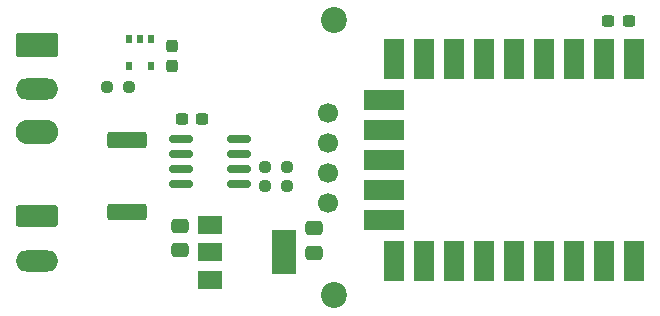
<source format=gbr>
%TF.GenerationSoftware,KiCad,Pcbnew,7.0.10*%
%TF.CreationDate,2024-02-11T00:25:42-05:00*%
%TF.ProjectId,ESP8266_Count3,45535038-3236-4365-9f43-6f756e74332e,v2*%
%TF.SameCoordinates,Original*%
%TF.FileFunction,Soldermask,Top*%
%TF.FilePolarity,Negative*%
%FSLAX46Y46*%
G04 Gerber Fmt 4.6, Leading zero omitted, Abs format (unit mm)*
G04 Created by KiCad (PCBNEW 7.0.10) date 2024-02-11 00:25:42*
%MOMM*%
%LPD*%
G01*
G04 APERTURE LIST*
G04 Aperture macros list*
%AMRoundRect*
0 Rectangle with rounded corners*
0 $1 Rounding radius*
0 $2 $3 $4 $5 $6 $7 $8 $9 X,Y pos of 4 corners*
0 Add a 4 corners polygon primitive as box body*
4,1,4,$2,$3,$4,$5,$6,$7,$8,$9,$2,$3,0*
0 Add four circle primitives for the rounded corners*
1,1,$1+$1,$2,$3*
1,1,$1+$1,$4,$5*
1,1,$1+$1,$6,$7*
1,1,$1+$1,$8,$9*
0 Add four rect primitives between the rounded corners*
20,1,$1+$1,$2,$3,$4,$5,0*
20,1,$1+$1,$4,$5,$6,$7,0*
20,1,$1+$1,$6,$7,$8,$9,0*
20,1,$1+$1,$8,$9,$2,$3,0*%
G04 Aperture macros list end*
%ADD10C,1.524000*%
%ADD11R,1.700000X3.500000*%
%ADD12R,3.500000X1.700000*%
%ADD13RoundRect,0.249999X1.425001X-0.450001X1.425001X0.450001X-1.425001X0.450001X-1.425001X-0.450001X0*%
%ADD14RoundRect,0.250000X-1.550000X0.650000X-1.550000X-0.650000X1.550000X-0.650000X1.550000X0.650000X0*%
%ADD15O,3.600000X1.800000*%
%ADD16RoundRect,0.237500X-0.250000X-0.237500X0.250000X-0.237500X0.250000X0.237500X-0.250000X0.237500X0*%
%ADD17RoundRect,0.237500X-0.300000X-0.237500X0.300000X-0.237500X0.300000X0.237500X-0.300000X0.237500X0*%
%ADD18RoundRect,0.237500X0.237500X-0.300000X0.237500X0.300000X-0.237500X0.300000X-0.237500X-0.300000X0*%
%ADD19R,0.510000X0.700000*%
%ADD20RoundRect,0.150000X0.825000X0.150000X-0.825000X0.150000X-0.825000X-0.150000X0.825000X-0.150000X0*%
%ADD21RoundRect,0.250000X0.475000X-0.337500X0.475000X0.337500X-0.475000X0.337500X-0.475000X-0.337500X0*%
%ADD22R,2.000000X1.500000*%
%ADD23R,2.000000X3.800000*%
%ADD24RoundRect,0.291667X-1.508333X0.758333X-1.508333X-0.758333X1.508333X-0.758333X1.508333X0.758333X0*%
%ADD25O,3.600000X2.100000*%
%ADD26C,2.200000*%
%ADD27C,1.700000*%
G04 APERTURE END LIST*
D10*
%TO.C,U5*%
X155910000Y-79760000D03*
D11*
X155910000Y-78860000D03*
D10*
X153370000Y-79760000D03*
D11*
X153370000Y-78860000D03*
D10*
X150830000Y-79760000D03*
D11*
X150830000Y-78860000D03*
D10*
X148290000Y-79760000D03*
D11*
X148290000Y-78860000D03*
D10*
X145750000Y-79760000D03*
D11*
X145750000Y-78860000D03*
D10*
X143210000Y-79760000D03*
D11*
X143210000Y-78860000D03*
D10*
X140670000Y-79760000D03*
D11*
X140670000Y-78860000D03*
D10*
X138130000Y-79760000D03*
D11*
X138130000Y-78860000D03*
D10*
X135590000Y-79760000D03*
D11*
X135590000Y-78860000D03*
D10*
X135600000Y-82300000D03*
D12*
X134700000Y-82300000D03*
D10*
X135600000Y-84840000D03*
D12*
X134700000Y-84840000D03*
D10*
X135600000Y-87380000D03*
D12*
X134700000Y-87380000D03*
D10*
X135600000Y-89920000D03*
D12*
X134700000Y-89920000D03*
D10*
X135600000Y-92460000D03*
D12*
X134700000Y-92460000D03*
D10*
X135590000Y-95000000D03*
D11*
X135590000Y-95900000D03*
D10*
X138130000Y-95000000D03*
D11*
X138130000Y-95900000D03*
D10*
X140670000Y-95000000D03*
D11*
X140670000Y-95900000D03*
D10*
X143210000Y-95000000D03*
D11*
X143210000Y-95900000D03*
D10*
X145750000Y-95000000D03*
D11*
X145750000Y-95900000D03*
D10*
X148290000Y-95000000D03*
D11*
X148290000Y-95900000D03*
D10*
X150830000Y-95000000D03*
D11*
X150830000Y-95900000D03*
D10*
X153370000Y-95000000D03*
D11*
X153370000Y-95900000D03*
D10*
X155910000Y-95000000D03*
D11*
X155910000Y-95900000D03*
%TD*%
D13*
%TO.C,R2*%
X113000000Y-91800000D03*
X113000000Y-85700000D03*
%TD*%
D14*
%TO.C,TB1*%
X105357500Y-92112500D03*
D15*
X105357500Y-95922500D03*
%TD*%
D16*
%TO.C,R3*%
X124687500Y-88000000D03*
X126512500Y-88000000D03*
%TD*%
D17*
%TO.C,C6*%
X153737500Y-75600000D03*
X155462500Y-75600000D03*
%TD*%
D18*
%TO.C,C1*%
X116800000Y-79462500D03*
X116800000Y-77737500D03*
%TD*%
D19*
%TO.C,U1*%
X115050000Y-77140000D03*
X114100000Y-77140000D03*
X113150000Y-77140000D03*
X113150000Y-79460000D03*
X115050000Y-79460000D03*
%TD*%
D20*
%TO.C,U4*%
X122475000Y-89405000D03*
X122475000Y-88135000D03*
X122475000Y-86865000D03*
X122475000Y-85595000D03*
X117525000Y-85595000D03*
X117525000Y-86865000D03*
X117525000Y-88135000D03*
X117525000Y-89405000D03*
%TD*%
D21*
%TO.C,C4*%
X128800000Y-95237500D03*
X128800000Y-93162500D03*
%TD*%
D16*
%TO.C,R1*%
X111287500Y-81200000D03*
X113112500Y-81200000D03*
%TD*%
D22*
%TO.C,U3*%
X120000000Y-92900000D03*
X120000000Y-95200000D03*
D23*
X126300000Y-95200000D03*
D22*
X120000000Y-97500000D03*
%TD*%
D17*
%TO.C,C5*%
X117600000Y-83900000D03*
X119325000Y-83900000D03*
%TD*%
D21*
%TO.C,C3*%
X117500000Y-95037500D03*
X117500000Y-92962500D03*
%TD*%
D16*
%TO.C,R4*%
X124687500Y-89600000D03*
X126512500Y-89600000D03*
%TD*%
D24*
%TO.C,J2*%
X105357500Y-77680000D03*
D15*
X105357500Y-81340000D03*
D25*
X105357500Y-85000000D03*
%TD*%
D26*
%TO.C,J3*%
X130500000Y-75550000D03*
X130500000Y-98850000D03*
D27*
X130000000Y-91000000D03*
X130000000Y-88500000D03*
X130000000Y-85900000D03*
X130000000Y-83400000D03*
%TD*%
M02*

</source>
